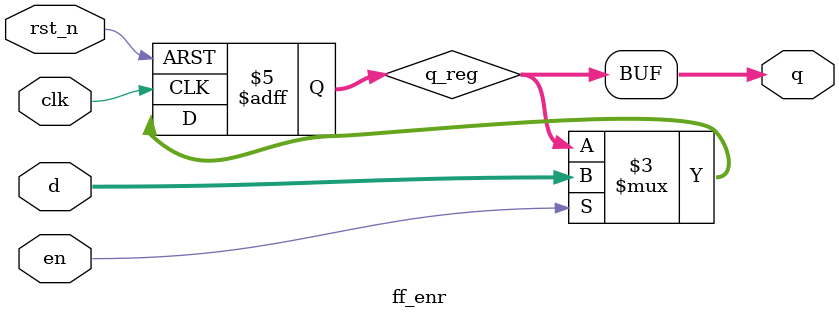
<source format=sv>
module ff_enr #(parameter WIDTH = 32)
(
    input clk,
    input rst_n,
    input en,
    input logic [WIDTH-1:0] d,
    output logic [WIDTH-1:0] q
);

    logic [WIDTH-1:0] q_reg;
    always_ff @(posedge clk or negedge rst_n) begin
        if(!rst_n)
            q_reg <= '0;
        else if(en)
            q_reg <= d;
    end

    assign q = q_reg;

endmodule

</source>
